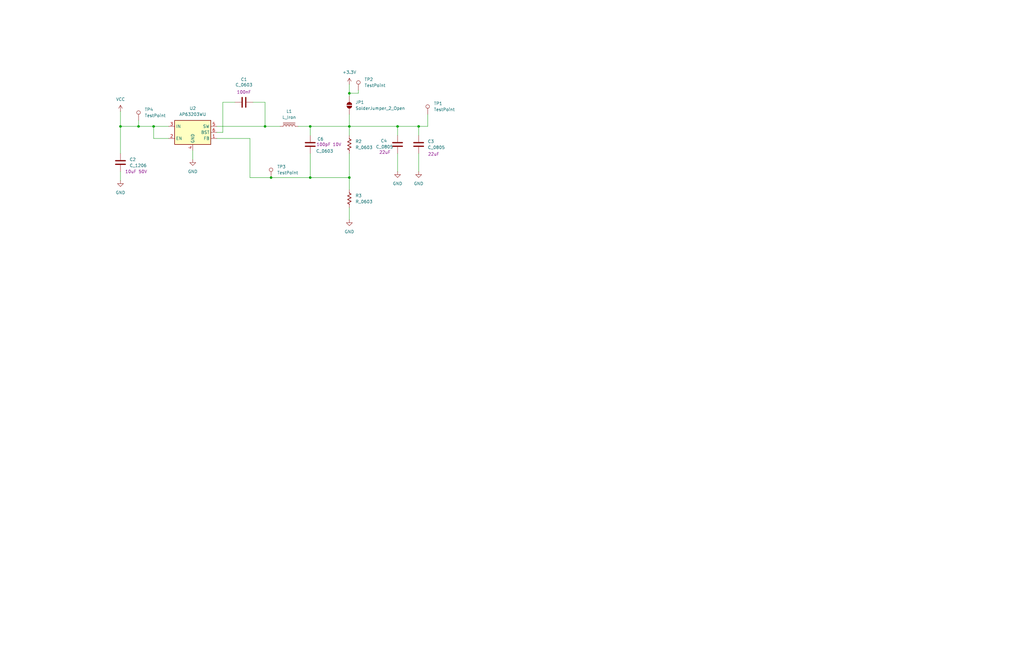
<source format=kicad_sch>
(kicad_sch (version 20250114) (generator "eeschema") (generator_version "9.0")
  (paper "USLedger")
  (lib_symbols
    (symbol "Connector:TestPoint" (pin_numbers (hide yes)) (pin_names (offset 0.762) (hide yes))
      (property "Reference" "TP" (at 0 6.858 0))
      (property "Value" "TestPoint" (at 0 5.08 0))
      (symbol "TestPoint_0_1"
        (circle (center 0 3.302) (radius 0.762))
      )
      (symbol "TestPoint_1_1"
        (pin passive line (at 0 0 90) (length 2.54) (name "1") (number "1"))
      )
    )
    (symbol "Device:L_Iron" (pin_numbers (hide yes)) (pin_names (offset 1.016) (hide yes))
      (property "Reference" "L" (at -1.27 0 90))
      (property "Value" "L_Iron" (at 2.794 0 90))
      (symbol "L_Iron_0_1"
        (arc (start 0 2.54) (mid 0.6323 1.905) (end 0 1.27))
        (arc (start 0 1.27) (mid 0.6323 0.635) (end 0 0))
        (arc (start 0 0) (mid 0.6323 -0.635) (end 0 -1.27))
        (arc (start 0 -1.27) (mid 0.6323 -1.905) (end 0 -2.54))
        (polyline (pts (xy 1.016 2.54) (xy 1.016 -2.54)))
        (polyline (pts (xy 1.524 -2.54) (xy 1.524 2.54)))
      )
      (symbol "L_Iron_1_1"
        (pin passive line (at 0 3.81 270) (length 1.27) (name "1") (number "1"))
        (pin passive line (at 0 -3.81 90) (length 1.27) (name "2") (number "2"))
      )
    )
    (symbol "Jumper:SolderJumper_2_Open" (pin_numbers (hide yes)) (pin_names (offset 0) (hide yes)) (in_bom no)
      (property "Reference" "JP" (at 0 2.032 0))
      (property "Value" "SolderJumper_2_Open" (at 0 -2.54 0))
      (symbol "SolderJumper_2_Open_0_1"
        (polyline (pts (xy -0.254 1.016) (xy -0.254 -1.016)))
        (arc (start -0.254 -1.016) (mid -1.2656 0) (end -0.254 1.016))
        (arc (start -0.254 -1.016) (mid -1.2656 0) (end -0.254 1.016) (fill (type outline)))
        (arc (start 0.254 1.016) (mid 1.2656 0) (end 0.254 -1.016))
        (arc (start 0.254 1.016) (mid 1.2656 0) (end 0.254 -1.016) (fill (type outline)))
        (polyline (pts (xy 0.254 1.016) (xy 0.254 -1.016)))
      )
      (symbol "SolderJumper_2_Open_1_1"
        (pin passive line (at -3.81 0 0) (length 2.54) (name "A") (number "1"))
        (pin passive line (at 3.81 0 180) (length 2.54) (name "B") (number "2"))
      )
    )
    (symbol "PCM_Capacitor_AKL:C_0603" (pin_numbers (hide yes)) (pin_names (offset 0.254))
      (property "Reference" "C" (at 0.635 2.54 0))
      (property "Value" "C_0603" (at 0.635 -2.54 0))
      (symbol "C_0603_0_1"
        (polyline (pts (xy -2.032 0.762) (xy 2.032 0.762)) (stroke (width 0.508)))
        (polyline (pts (xy -2.032 -0.762) (xy 2.032 -0.762)) (stroke (width 0.508)))
      )
      (symbol "C_0603_0_2"
        (polyline (pts (xy -2.54 -2.54) (xy -0.381 -0.381)))
        (polyline (pts (xy -0.508 -0.508) (xy -1.651 0.635)) (stroke (width 0.508)))
        (polyline (pts (xy -0.508 -0.508) (xy 0.635 -1.651)) (stroke (width 0.508)))
        (polyline (pts (xy 0.381 0.381) (xy 2.54 2.54)))
        (polyline (pts (xy 0.508 0.508) (xy -0.635 1.651)) (stroke (width 0.508)))
        (polyline (pts (xy 0.508 0.508) (xy 1.651 -0.635)) (stroke (width 0.508)))
      )
      (symbol "C_0603_1_1"
        (pin passive line (at 0 3.81 270) (length 2.794) (name "~") (number "1"))
        (pin passive line (at 0 -3.81 90) (length 2.794) (name "~") (number "2"))
      )
      (symbol "C_0603_1_2"
        (pin passive line (at -2.54 -2.54 90) (length 0) (name "~") (number "2"))
        (pin passive line (at 2.54 2.54 270) (length 0) (name "~") (number "1"))
      )
    )
    (symbol "PCM_Capacitor_AKL:C_0805" (pin_numbers (hide yes)) (pin_names (offset 0.254))
      (property "Reference" "C" (at 0.635 2.54 0))
      (property "Value" "C_0805" (at 0.635 -2.54 0))
      (symbol "C_0805_0_1"
        (polyline (pts (xy -2.032 0.762) (xy 2.032 0.762)) (stroke (width 0.508)))
        (polyline (pts (xy -2.032 -0.762) (xy 2.032 -0.762)) (stroke (width 0.508)))
      )
      (symbol "C_0805_0_2"
        (polyline (pts (xy -2.54 -2.54) (xy -0.381 -0.381)))
        (polyline (pts (xy -0.508 -0.508) (xy -1.651 0.635)) (stroke (width 0.508)))
        (polyline (pts (xy -0.508 -0.508) (xy 0.635 -1.651)) (stroke (width 0.508)))
        (polyline (pts (xy 0.381 0.381) (xy 2.54 2.54)))
        (polyline (pts (xy 0.508 0.508) (xy -0.635 1.651)) (stroke (width 0.508)))
        (polyline (pts (xy 0.508 0.508) (xy 1.651 -0.635)) (stroke (width 0.508)))
      )
      (symbol "C_0805_1_1"
        (pin passive line (at 0 3.81 270) (length 2.794) (name "~") (number "1"))
        (pin passive line (at 0 -3.81 90) (length 2.794) (name "~") (number "2"))
      )
      (symbol "C_0805_1_2"
        (pin passive line (at -2.54 -2.54 90) (length 0) (name "~") (number "2"))
        (pin passive line (at 2.54 2.54 270) (length 0) (name "~") (number "1"))
      )
    )
    (symbol "PCM_Capacitor_AKL:C_1206" (pin_numbers (hide yes)) (pin_names (offset 0.254))
      (property "Reference" "C" (at 0.635 2.54 0))
      (property "Value" "C_1206" (at 0.635 -2.54 0))
      (symbol "C_1206_0_1"
        (polyline (pts (xy -2.032 0.762) (xy 2.032 0.762)) (stroke (width 0.508)))
        (polyline (pts (xy -2.032 -0.762) (xy 2.032 -0.762)) (stroke (width 0.508)))
      )
      (symbol "C_1206_0_2"
        (polyline (pts (xy -2.54 -2.54) (xy -0.381 -0.381)))
        (polyline (pts (xy -0.508 -0.508) (xy -1.651 0.635)) (stroke (width 0.508)))
        (polyline (pts (xy -0.508 -0.508) (xy 0.635 -1.651)) (stroke (width 0.508)))
        (polyline (pts (xy 0.381 0.381) (xy 2.54 2.54)))
        (polyline (pts (xy 0.508 0.508) (xy -0.635 1.651)) (stroke (width 0.508)))
        (polyline (pts (xy 0.508 0.508) (xy 1.651 -0.635)) (stroke (width 0.508)))
      )
      (symbol "C_1206_1_1"
        (pin passive line (at 0 3.81 270) (length 2.794) (name "~") (number "1"))
        (pin passive line (at 0 -3.81 90) (length 2.794) (name "~") (number "2"))
      )
      (symbol "C_1206_1_2"
        (pin passive line (at -2.54 -2.54 90) (length 0) (name "~") (number "2"))
        (pin passive line (at 2.54 2.54 270) (length 0) (name "~") (number "1"))
      )
    )
    (symbol "PCM_Resistor_US_AKL:R_0603" (pin_numbers (hide yes)) (pin_names (offset 0))
      (property "Reference" "R" (at 2.54 1.27 0))
      (property "Value" "R_0603" (at 2.54 -1.27 0))
      (symbol "R_0603_0_1"
        (polyline (pts (xy 0 2.286) (xy 0 2.54)) (stroke (width 0.254)))
        (polyline (pts (xy 0 2.286) (xy 0.762 1.905) (xy -0.762 1.143) (xy 0 0.762) (xy 0.762 0.381) (xy 0 0) (xy -0.762 -0.381) (xy 0 -0.762) (xy 0.762 -1.143) (xy 0 -1.524) (xy -0.762 -1.905) (xy 0 -2.286)) (stroke (width 0.254)))
        (polyline (pts (xy 0 -2.286) (xy 0 -2.54)) (stroke (width 0.254)))
      )
      (symbol "R_0603_0_2"
        (polyline (pts (xy -2.54 -2.54) (xy -1.778 -1.778)))
        (polyline (pts (xy -1.778 -1.778) (xy -1.524 -1.524)) (stroke (width 0.254)))
        (polyline (pts (xy -1.524 -1.524) (xy -1.778 -0.762) (xy -1.016 -1.016)) (stroke (width 0.254)))
        (polyline (pts (xy -0.508 -0.508) (xy -0.762 0.254) (xy 0 0)) (stroke (width 0.254)))
        (polyline (pts (xy -0.508 -0.508) (xy -0.254 -1.27) (xy -1.016 -1.016)) (stroke (width 0.254)))
        (polyline (pts (xy 0.508 0.508) (xy 0.254 1.27) (xy 1.016 1.016)) (stroke (width 0.254)))
        (polyline (pts (xy 0.508 0.508) (xy 0.762 -0.254) (xy 0 0)) (stroke (width 0.254)))
        (polyline (pts (xy 1.524 1.524) (xy 1.778 0.762) (xy 1.016 1.016)) (stroke (width 0.254)))
        (polyline (pts (xy 1.778 1.778) (xy 1.524 1.524)) (stroke (width 0.254)))
        (polyline (pts (xy 1.778 1.778) (xy 2.54 2.54)))
      )
      (symbol "R_0603_1_1"
        (pin passive line (at 0 3.81 270) (length 1.27) (name "~") (number "1"))
        (pin passive line (at 0 -3.81 90) (length 1.27) (name "~") (number "2"))
      )
      (symbol "R_0603_1_2"
        (pin passive line (at -2.54 -2.54 0) (length 0) (name "") (number "2"))
        (pin passive line (at 2.54 2.54 180) (length 0) (name "") (number "1"))
      )
    )
    (symbol "Regulator_Switching:AP63203WU"
      (property "Reference" "U" (at -7.62 6.35 0))
      (property "Value" "AP63203WU" (at 2.54 6.35 0))
      (symbol "AP63203WU_0_1"
        (rectangle (start -7.62 5.08) (end 7.62 -5.08) (stroke (width 0.254)) (fill (type background)))
      )
      (symbol "AP63203WU_1_1"
        (pin power_in line (at -10.16 2.54 0) (length 2.54) (name "IN") (number "3"))
        (pin input line (at -10.16 -2.54 0) (length 2.54) (name "EN") (number "2"))
        (pin power_in line (at 0 -7.62 90) (length 2.54) (name "GND") (number "4"))
        (pin output line (at 10.16 2.54 180) (length 2.54) (name "SW") (number "5"))
        (pin passive line (at 10.16 0 180) (length 2.54) (name "BST") (number "6"))
        (pin input line (at 10.16 -2.54 180) (length 2.54) (name "FB") (number "1"))
      )
    )
    (symbol "power:+3.3V" (power) (pin_numbers (hide yes)) (pin_names (offset 0) (hide yes))
      (property "Value" "+3.3V" (at 0 3.556 0))
      (symbol "+3.3V_0_1"
        (polyline (pts (xy -0.762 1.27) (xy 0 2.54)))
        (polyline (pts (xy 0 2.54) (xy 0.762 1.27)))
        (polyline (pts (xy 0 0) (xy 0 2.54)))
      )
      (symbol "+3.3V_1_1"
        (pin power_in line (at 0 0 90) (length 0) (name "~") (number "1"))
      )
    )
    (symbol "power:GND" (power) (pin_numbers (hide yes)) (pin_names (offset 0) (hide yes))
      (property "Value" "GND" (at 0 -3.81 0))
      (symbol "GND_0_1"
        (polyline (pts (xy 0 0) (xy 0 -1.27) (xy 1.27 -1.27) (xy 0 -2.54) (xy -1.27 -1.27) (xy 0 -1.27)))
      )
      (symbol "GND_1_1"
        (pin power_in line (at 0 0 270) (length 0) (name "~") (number "1"))
      )
    )
    (symbol "power:VCC" (power) (pin_numbers (hide yes)) (pin_names (offset 0) (hide yes))
      (property "Value" "VCC" (at 0 3.556 0))
      (symbol "VCC_0_1"
        (polyline (pts (xy -0.762 1.27) (xy 0 2.54)))
        (polyline (pts (xy 0 2.54) (xy 0.762 1.27)))
        (polyline (pts (xy 0 0) (xy 0 2.54)))
      )
      (symbol "VCC_1_1"
        (pin power_in line (at 0 0 90) (length 0) (name "~") (number "1"))
      )
    )
  )
  (junction (at 147.32 39.37))
  (junction (at 114.3 74.93))
  (junction (at 167.64 53.34))
  (junction (at 50.8 53.34))
  (junction (at 111.76 53.34))
  (junction (at 147.32 74.93))
  (junction (at 130.81 74.93))
  (junction (at 58.42 53.34))
  (junction (at 64.77 53.34))
  (junction (at 147.32 53.34))
  (junction (at 176.53 53.34))
  (junction (at 130.81 53.34))
  (wire (pts (xy 91.44 53.34) (xy 111.76 53.34)))
  (wire (pts (xy 58.42 50.8) (xy 58.42 53.34)))
  (wire (pts (xy 176.53 64.77) (xy 176.53 72.39)))
  (wire (pts (xy 64.77 53.34) (xy 71.12 53.34)))
  (wire (pts (xy 91.44 58.42) (xy 105.41 58.42)))
  (wire (pts (xy 151.13 38.1) (xy 151.13 39.37)))
  (wire (pts (xy 167.64 57.15) (xy 167.64 53.34)))
  (wire (pts (xy 50.8 46.99) (xy 50.8 53.34)))
  (wire (pts (xy 147.32 74.93) (xy 147.32 80.01)))
  (wire (pts (xy 151.13 39.37) (xy 147.32 39.37)))
  (wire (pts (xy 167.64 64.77) (xy 167.64 72.39)))
  (wire (pts (xy 64.77 58.42) (xy 64.77 53.34)))
  (wire (pts (xy 105.41 74.93) (xy 114.3 74.93)))
  (wire (pts (xy 50.8 53.34) (xy 50.8 64.77)))
  (wire (pts (xy 147.32 57.15) (xy 147.32 53.34)))
  (wire (pts (xy 93.98 55.88) (xy 93.98 43.18)))
  (wire (pts (xy 130.81 74.93) (xy 130.81 64.77)))
  (wire (pts (xy 58.42 53.34) (xy 64.77 53.34)))
  (wire (pts (xy 147.32 53.34) (xy 167.64 53.34)))
  (wire (pts (xy 147.32 39.37) (xy 147.32 40.64)))
  (wire (pts (xy 91.44 55.88) (xy 93.98 55.88)))
  (wire (pts (xy 50.8 72.39) (xy 50.8 76.2)))
  (wire (pts (xy 50.8 53.34) (xy 58.42 53.34)))
  (wire (pts (xy 111.76 53.34) (xy 118.11 53.34)))
  (wire (pts (xy 180.34 48.26) (xy 180.34 53.34)))
  (wire (pts (xy 130.81 53.34) (xy 147.32 53.34)))
  (wire (pts (xy 106.68 43.18) (xy 111.76 43.18)))
  (wire (pts (xy 125.73 53.34) (xy 130.81 53.34)))
  (wire (pts (xy 71.12 58.42) (xy 64.77 58.42)))
  (wire (pts (xy 105.41 58.42) (xy 105.41 74.93)))
  (wire (pts (xy 130.81 53.34) (xy 130.81 57.15)))
  (wire (pts (xy 111.76 43.18) (xy 111.76 53.34)))
  (wire (pts (xy 176.53 57.15) (xy 176.53 53.34)))
  (wire (pts (xy 130.81 74.93) (xy 147.32 74.93)))
  (wire (pts (xy 147.32 48.26) (xy 147.32 53.34)))
  (wire (pts (xy 147.32 87.63) (xy 147.32 92.71)))
  (wire (pts (xy 147.32 35.56) (xy 147.32 39.37)))
  (wire (pts (xy 167.64 53.34) (xy 176.53 53.34)))
  (wire (pts (xy 114.3 74.93) (xy 130.81 74.93)))
  (wire (pts (xy 147.32 64.77) (xy 147.32 74.93)))
  (wire (pts (xy 81.28 63.5) (xy 81.28 67.31)))
  (wire (pts (xy 176.53 53.34) (xy 180.34 53.34)))
  (wire (pts (xy 93.98 43.18) (xy 99.06 43.18)))
  (symbol (lib_id "Jumper:SolderJumper_2_Open") (at 147.32 44.45 90) (unit 1) (in_bom no)
    (property "Reference" "JP1" (at 149.86 43.1799 90) (effects (justify right)))
    (property "Value" "SolderJumper_2_Open" (at 149.86 45.7199 90) (effects (justify right)))
    (property "Footprint" "Jumper:SolderJumper-2_P1.3mm_Open_RoundedPad1.0x1.5mm" (effects (hide yes)))
    (property "Description" "Solder Jumper, 2-pole, open" (effects (hide yes)))
  )
  (symbol (lib_id "PCM_Capacitor_AKL:C_0603") (at 102.87 43.18 90) (unit 1)
    (property "Reference" "C1" (at 102.87 33.528 90))
    (property "Value" "C_0603" (at 102.87 35.814 90))
    (property "Footprint" "PCM_Capacitor_SMD_AKL:C_0603_1608Metric" (effects (hide yes)))
    (property "Description" "SMD 0603 MLCC capacitor, Alternate KiCad Library" (effects (hide yes)))
    (property "Capacidad" "100nF" (at 102.87 38.862 90))
  )
  (symbol (lib_id "Device:L_Iron") (at 121.92 53.34 90) (unit 1)
    (property "Reference" "L1" (at 121.92 46.99 90))
    (property "Value" "L_Iron" (at 121.92 49.53 90))
    (property "Footprint" "Inductor_SMD:L_Bourns-SRN6028" (effects (hide yes)))
    (property "Description" "Inductor with iron core" (effects (hide yes)))
  )
  (symbol (lib_id "power:GND") (at 176.53 72.39 0) (unit 1)
    (property "Reference" "#PWR015" (effects (hide yes)))
    (property "Value" "GND" (at 176.53 77.47 0))
    (property "Description" "Power symbol creates a global label with name \"GND\" , ground" (effects (hide yes)))
  )
  (symbol (lib_id "Connector:TestPoint") (at 58.42 50.8 0) (unit 1)
    (property "Reference" "TP4" (at 60.96 46.2279 0) (effects (justify left)))
    (property "Value" "TestPoint" (at 60.96 48.7679 0) (effects (justify left)))
    (property "Footprint" "TestPoint:TestPoint_Bridge_Pitch2.0mm_Drill0.7mm" (effects (hide yes)))
    (property "Description" "test point" (effects (hide yes)))
  )
  (symbol (lib_id "power:+3.3V") (at 147.32 35.56 0) (unit 1)
    (property "Reference" "#PWR03" (effects (hide yes)))
    (property "Value" "+3.3V" (at 147.32 30.48 0))
    (property "Description" "Power symbol creates a global label with name \"+3.3V\"" (effects (hide yes)))
  )
  (symbol (lib_id "PCM_Capacitor_AKL:C_0603") (at 130.81 60.96 0) (unit 1)
    (property "Reference" "C6" (at 135.128 58.674 0))
    (property "Value" "C_0603" (at 136.906 63.754 0))
    (property "Footprint" "PCM_Capacitor_SMD_AKL:C_0603_1608Metric" (effects (hide yes)))
    (property "Description" "SMD 0603 MLCC capacitor, Alternate KiCad Library" (effects (hide yes)))
    (property "Capacidad" "100pF 10V" (at 138.684 60.96 0))
  )
  (symbol (lib_id "power:GND") (at 147.32 92.71 0) (unit 1)
    (property "Reference" "#PWR016" (effects (hide yes)))
    (property "Value" "GND" (at 147.32 97.79 0))
    (property "Description" "Power symbol creates a global label with name \"GND\" , ground" (effects (hide yes)))
  )
  (symbol (lib_id "PCM_Capacitor_AKL:C_1206") (at 50.8 68.58 0) (unit 1)
    (property "Reference" "C2" (at 54.61 67.3099 0) (effects (justify left)))
    (property "Value" "C_1206" (at 54.61 69.8499 0) (effects (justify left)))
    (property "Footprint" "PCM_Capacitor_SMD_AKL:C_1206_3216Metric" (effects (hide yes)))
    (property "Description" "SMD 1206 MLCC capacitor, Alternate KiCad Library" (effects (hide yes)))
    (property "Capacidad" "10uF 50V" (at 57.404 72.39 0))
  )
  (symbol (lib_id "PCM_Resistor_US_AKL:R_0603") (at 147.32 83.82 0) (unit 1)
    (property "Reference" "R3" (at 149.86 82.5499 0) (effects (justify left)))
    (property "Value" "R_0603" (at 149.86 85.0899 0) (effects (justify left)))
    (property "Footprint" "PCM_Resistor_SMD_AKL:R_0603_1608Metric" (effects (hide yes)))
    (property "Description" "SMD 0603 Chip Resistor, US Symbol, Alternate KiCad Library" (effects (hide yes)))
  )
  (symbol (lib_id "Connector:TestPoint") (at 114.3 74.93 0) (unit 1)
    (property "Reference" "TP3" (at 116.84 70.3579 0) (effects (justify left)))
    (property "Value" "TestPoint" (at 116.84 72.8979 0) (effects (justify left)))
    (property "Footprint" "TestPoint:TestPoint_Bridge_Pitch2.0mm_Drill0.7mm" (effects (hide yes)))
    (property "Description" "test point" (effects (hide yes)))
  )
  (symbol (lib_id "PCM_Resistor_US_AKL:R_0603") (at 147.32 60.96 0) (unit 1)
    (property "Reference" "R2" (at 149.86 59.6899 0) (effects (justify left)))
    (property "Value" "R_0603" (at 149.86 62.2299 0) (effects (justify left)))
    (property "Footprint" "PCM_Resistor_SMD_AKL:R_0603_1608Metric" (effects (hide yes)))
    (property "Description" "SMD 0603 Chip Resistor, US Symbol, Alternate KiCad Library" (effects (hide yes)))
  )
  (symbol (lib_id "PCM_Capacitor_AKL:C_0805") (at 167.64 60.96 0) (unit 1)
    (property "Reference" "C4" (at 160.528 59.436 0) (effects (justify left)))
    (property "Value" "C_0805" (at 158.496 61.976 0) (effects (justify left)))
    (property "Footprint" "PCM_Capacitor_SMD_AKL:C_0805_2012Metric" (effects (hide yes)))
    (property "Description" "SMD 0805 MLCC capacitor, Alternate KiCad Library" (effects (hide yes)))
    (property "Capacidad" "22uF" (at 162.306 64.262 0))
  )
  (symbol (lib_id "Regulator_Switching:AP63203WU") (at 81.28 55.88 0) (unit 1)
    (property "Reference" "U2" (at 81.28 45.72 0))
    (property "Value" "AP63203WU" (at 81.28 48.26 0))
    (property "Footprint" "Package_TO_SOT_SMD:TSOT-23-6" (effects (hide yes)))
    (property "Datasheet" "https://www.diodes.com/assets/Datasheets/AP63200-AP63201-AP63203-AP63205.pdf" (effects (hide yes)))
    (property "Description" "2A, 1.1MHz Buck DC/DC Converter, fixed 3.3V output voltage, TSOT-23-6" (effects (hide yes)))
  )
  (symbol (lib_id "Connector:TestPoint") (at 151.13 38.1 0) (unit 1)
    (property "Reference" "TP2" (at 153.67 33.5279 0) (effects (justify left)))
    (property "Value" "TestPoint" (at 153.67 36.0679 0) (effects (justify left)))
    (property "Footprint" "TestPoint:TestPoint_Bridge_Pitch2.0mm_Drill0.7mm" (effects (hide yes)))
    (property "Description" "test point" (effects (hide yes)))
  )
  (symbol (lib_id "power:GND") (at 167.64 72.39 0) (unit 1)
    (property "Reference" "#PWR09" (effects (hide yes)))
    (property "Value" "GND" (at 167.64 77.47 0))
    (property "Description" "Power symbol creates a global label with name \"GND\" , ground" (effects (hide yes)))
  )
  (symbol (lib_id "PCM_Capacitor_AKL:C_0805") (at 176.53 60.96 0) (unit 1)
    (property "Reference" "C3" (at 180.34 59.6899 0) (effects (justify left)))
    (property "Value" "C_0805" (at 180.34 62.2299 0) (effects (justify left)))
    (property "Footprint" "PCM_Capacitor_SMD_AKL:C_0805_2012Metric" (effects (hide yes)))
    (property "Description" "SMD 0805 MLCC capacitor, Alternate KiCad Library" (effects (hide yes)))
    (property "Capacidad" "22uF" (at 182.88 65.024 0))
  )
  (symbol (lib_id "power:GND") (at 50.8 76.2 0) (unit 1)
    (property "Reference" "#PWR010" (effects (hide yes)))
    (property "Value" "GND" (at 50.8 81.28 0))
    (property "Description" "Power symbol creates a global label with name \"GND\" , ground" (effects (hide yes)))
  )
  (symbol (lib_id "power:VCC") (at 50.8 46.99 0) (unit 1)
    (property "Reference" "#PWR08" (effects (hide yes)))
    (property "Value" "VCC" (at 50.8 41.91 0))
    (property "Description" "Power symbol creates a global label with name \"VCC\"" (effects (hide yes)))
  )
  (symbol (lib_id "power:GND") (at 81.28 67.31 0) (unit 1)
    (property "Reference" "#PWR017" (effects (hide yes)))
    (property "Value" "GND" (at 81.28 72.39 0))
    (property "Description" "Power symbol creates a global label with name \"GND\" , ground" (effects (hide yes)))
  )
  (symbol (lib_id "Connector:TestPoint") (at 180.34 48.26 0) (unit 1)
    (property "Reference" "TP1" (at 182.88 43.6879 0) (effects (justify left)))
    (property "Value" "TestPoint" (at 182.88 46.2279 0) (effects (justify left)))
    (property "Footprint" "TestPoint:TestPoint_Bridge_Pitch2.0mm_Drill0.7mm" (effects (hide yes)))
    (property "Description" "test point" (effects (hide yes)))
  )
)
</source>
